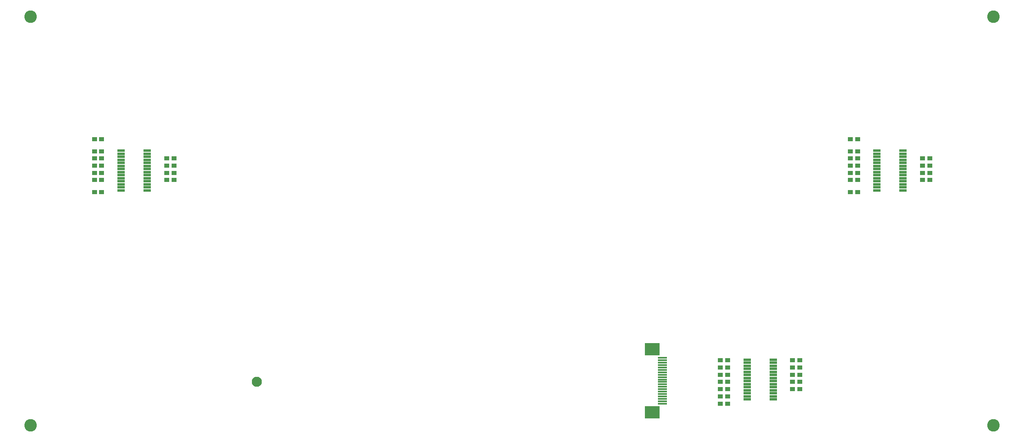
<source format=gbr>
G04 EAGLE Gerber RS-274X export*
G75*
%MOMM*%
%FSLAX34Y34*%
%LPD*%
%INSoldermask Bottom*%
%IPPOS*%
%AMOC8*
5,1,8,0,0,1.08239X$1,22.5*%
G01*
%ADD10C,2.601600*%
%ADD11C,2.101600*%
%ADD12R,1.626600X0.501600*%
%ADD13R,1.001600X0.901600*%
%ADD14R,1.901600X0.376600*%
%ADD15R,3.101600X2.601600*%


D10*
X-1000000Y425000D03*
X1000000Y425000D03*
X1000000Y-425000D03*
X-1000000Y-425000D03*
D11*
X-530000Y-335000D03*
D12*
X-757880Y146280D03*
X-757880Y139920D03*
X-757880Y133580D03*
X-757880Y127220D03*
X-757880Y120880D03*
X-757880Y114520D03*
X-757880Y108180D03*
X-757880Y101820D03*
X-757880Y95480D03*
X-757880Y89120D03*
X-757880Y82780D03*
X-757880Y76420D03*
X-757880Y70080D03*
X-757880Y63720D03*
X-812120Y63720D03*
X-812120Y70080D03*
X-812120Y76420D03*
X-812120Y82780D03*
X-812120Y89120D03*
X-812120Y95480D03*
X-812120Y101820D03*
X-812120Y108180D03*
X-812120Y114520D03*
X-812120Y120880D03*
X-812120Y127220D03*
X-812120Y133580D03*
X-812120Y139920D03*
X-812120Y146280D03*
D13*
X-852500Y145000D03*
X-867500Y145000D03*
X-852500Y130000D03*
X-867500Y130000D03*
X-717500Y100000D03*
X-702500Y100000D03*
X-852500Y60000D03*
X-867500Y60000D03*
X-852500Y100000D03*
X-867500Y100000D03*
X-717500Y115000D03*
X-702500Y115000D03*
X-717500Y85000D03*
X-702500Y85000D03*
X-852500Y170000D03*
X-867500Y170000D03*
X-702500Y130000D03*
X-717500Y130000D03*
X-867500Y115000D03*
X-852500Y115000D03*
X-867500Y85000D03*
X-852500Y85000D03*
D12*
X812120Y146280D03*
X812120Y139920D03*
X812120Y133580D03*
X812120Y127220D03*
X812120Y120880D03*
X812120Y114520D03*
X812120Y108180D03*
X812120Y101820D03*
X812120Y95480D03*
X812120Y89120D03*
X812120Y82780D03*
X812120Y76420D03*
X812120Y70080D03*
X812120Y63720D03*
X757880Y63720D03*
X757880Y70080D03*
X757880Y76420D03*
X757880Y82780D03*
X757880Y89120D03*
X757880Y95480D03*
X757880Y101820D03*
X757880Y108180D03*
X757880Y114520D03*
X757880Y120880D03*
X757880Y127220D03*
X757880Y133580D03*
X757880Y139920D03*
X757880Y146280D03*
D13*
X717500Y145000D03*
X702500Y145000D03*
X717500Y130000D03*
X702500Y130000D03*
X852500Y100000D03*
X867500Y100000D03*
X717500Y60000D03*
X702500Y60000D03*
X717500Y100000D03*
X702500Y100000D03*
X852500Y115000D03*
X867500Y115000D03*
X852500Y85000D03*
X867500Y85000D03*
X717500Y170000D03*
X702500Y170000D03*
X867500Y130000D03*
X852500Y130000D03*
X702500Y115000D03*
X717500Y115000D03*
X702500Y85000D03*
X717500Y85000D03*
D12*
X542120Y-288720D03*
X542120Y-295080D03*
X542120Y-301420D03*
X542120Y-307780D03*
X542120Y-314120D03*
X542120Y-320480D03*
X542120Y-326820D03*
X542120Y-333180D03*
X542120Y-339520D03*
X542120Y-345880D03*
X542120Y-352220D03*
X542120Y-358580D03*
X542120Y-364920D03*
X542120Y-371280D03*
X487880Y-371280D03*
X487880Y-364920D03*
X487880Y-358580D03*
X487880Y-352220D03*
X487880Y-345880D03*
X487880Y-339520D03*
X487880Y-333180D03*
X487880Y-326820D03*
X487880Y-320480D03*
X487880Y-314120D03*
X487880Y-307780D03*
X487880Y-301420D03*
X487880Y-295080D03*
X487880Y-288720D03*
D13*
X447500Y-290000D03*
X432500Y-290000D03*
X447500Y-305000D03*
X432500Y-305000D03*
X582500Y-335000D03*
X597500Y-335000D03*
X447500Y-380000D03*
X432500Y-380000D03*
X447500Y-350000D03*
X432500Y-350000D03*
X582500Y-320000D03*
X597500Y-320000D03*
X582500Y-350000D03*
X597500Y-350000D03*
X582500Y-290000D03*
X597500Y-290000D03*
X597500Y-305000D03*
X582500Y-305000D03*
X432500Y-320000D03*
X447500Y-320000D03*
X432500Y-335000D03*
X447500Y-335000D03*
X432500Y-365000D03*
X447500Y-365000D03*
D14*
X312200Y-380000D03*
X312200Y-375000D03*
X312200Y-370000D03*
X312200Y-365000D03*
X312200Y-360000D03*
X312200Y-355000D03*
X312200Y-350000D03*
X312200Y-345000D03*
X312200Y-340000D03*
X312200Y-335000D03*
X312200Y-330000D03*
X312200Y-325000D03*
X312200Y-320000D03*
X312200Y-315000D03*
X312200Y-310000D03*
X312200Y-305000D03*
X312200Y-300000D03*
X312200Y-295000D03*
X312200Y-290000D03*
X312200Y-285000D03*
D15*
X290600Y-398300D03*
X290600Y-266700D03*
M02*

</source>
